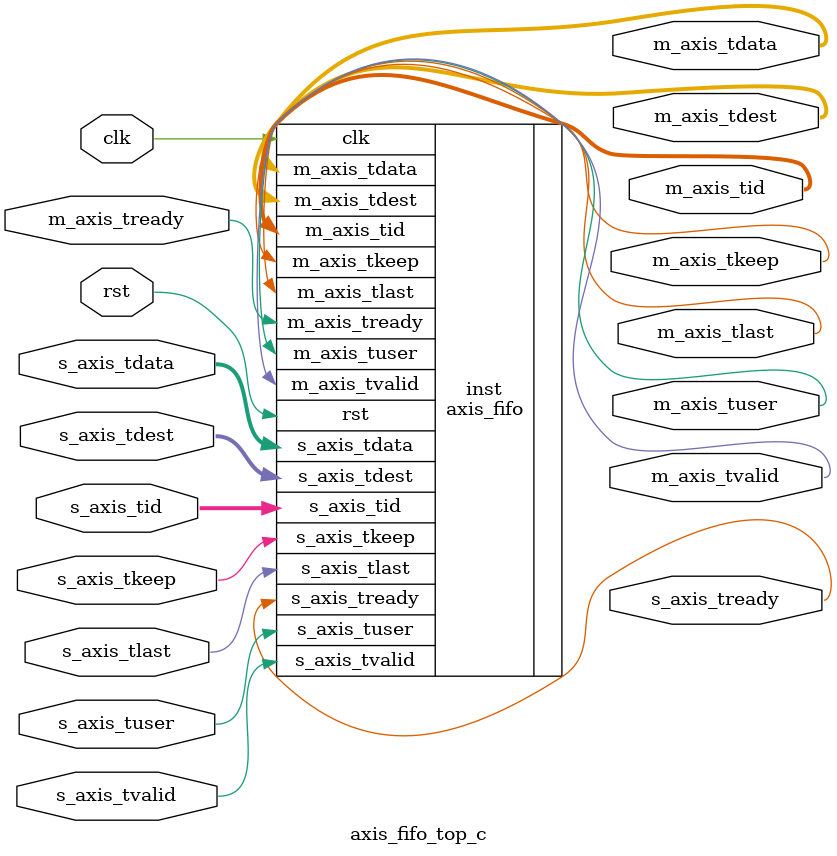
<source format=v>
module axis_fifo_top_c (
  input wire clk,
  input wire rst,
  input wire [31:0] s_axis_tdata,
  input wire s_axis_tkeep,
  input wire s_axis_tvalid,
  output wire s_axis_tready,
  input wire s_axis_tlast,
  input wire [7:0] s_axis_tid,
  input wire [7:0] s_axis_tdest,
  input wire s_axis_tuser,
  output wire [31:0] m_axis_tdata,
  output wire m_axis_tkeep,
  output wire m_axis_tvalid,
  input wire m_axis_tready,
  output wire m_axis_tlast,
  output wire [7:0] m_axis_tid,
  output wire [7:0] m_axis_tdest,
  output wire m_axis_tuser
);

  axis_fifo
  inst
  (
    .clk(clk),
    .rst(rst),
    .s_axis_tdata(s_axis_tdata),
    .s_axis_tkeep(s_axis_tkeep),
    .s_axis_tvalid(s_axis_tvalid),
    .s_axis_tready(s_axis_tready),
    .s_axis_tlast(s_axis_tlast),
    .s_axis_tid(s_axis_tid),
    .s_axis_tdest(s_axis_tdest),
    .s_axis_tuser(s_axis_tuser),
    .m_axis_tdata(m_axis_tdata),
    .m_axis_tkeep(m_axis_tkeep),
    .m_axis_tvalid(m_axis_tvalid),
    .m_axis_tready(m_axis_tready),
    .m_axis_tlast(m_axis_tlast),
    .m_axis_tid(m_axis_tid),
    .m_axis_tdest(m_axis_tdest),
    .m_axis_tuser(m_axis_tuser)
  );
    
endmodule






































































































































</source>
